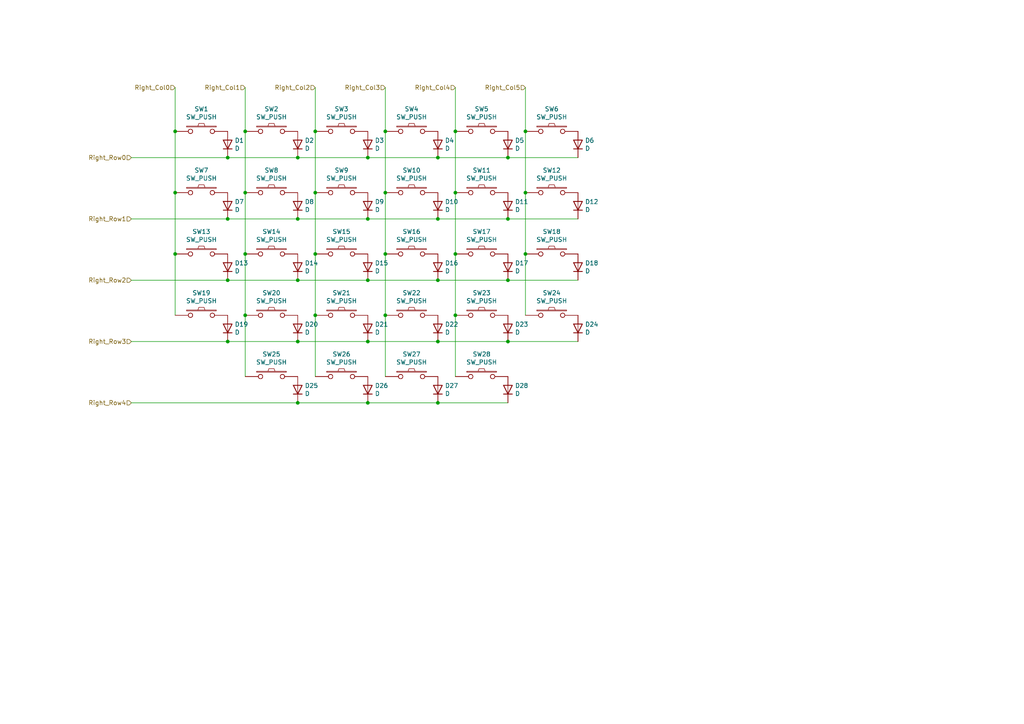
<source format=kicad_sch>
(kicad_sch (version 20230121) (generator eeschema)
  (paper "A4")
  (lib_symbols
    (symbol "Device:D" (pin_numbers hide) (pin_names (offset 1.016) hide)
      (property "Reference" "D" (at 0 2.54 0))
      (property "Value" "D" (at 0 -2.54 0))
      (symbol "D_0_1"
        (polyline (pts (xy -1.27 1.27) (xy -1.27 -1.27)) (stroke (width 0.254)))
        (polyline (pts (xy 1.27 0) (xy -1.27 0)))
        (polyline (pts (xy 1.27 1.27) (xy 1.27 -1.27) (xy -1.27 0) (xy 1.27 1.27)) (stroke (width 0.254)))
      )
      (symbol "D_1_1"
        (pin passive line (at -3.81 0 0) (length 2.54) (name "K") (number "1"))
        (pin passive line (at 3.81 0 180) (length 2.54) (name "A") (number "2"))
      )
    )
    (symbol "kbd:SW_PUSH" (pin_numbers hide) (pin_names (offset 1.016) hide)
      (property "Reference" "SW" (at 3.81 2.794 0))
      (property "Value" "SW_PUSH" (at 0 -2.032 0))
      (symbol "SW_PUSH_0_1"
        (rectangle (start -4.318 1.27) (end 4.318 1.524))
        (polyline (pts (xy -1.016 1.524) (xy -0.762 2.286) (xy 0.762 2.286) (xy 1.016 1.524)))
        (pin passive inverted (at -7.62 0 0) (length 5.08) (name "1") (number "1"))
        (pin passive inverted (at 7.62 0 180) (length 5.08) (name "2") (number "2"))
      )
    )
  )
  (junction (at 147.32 63.5))
  (junction (at 50.8 55.88))
  (junction (at 86.36 81.28))
  (junction (at 71.12 91.44))
  (junction (at 132.08 91.44))
  (junction (at 111.76 73.66))
  (junction (at 147.32 45.72))
  (junction (at 86.36 99.06))
  (junction (at 50.8 73.66))
  (junction (at 152.4 38.1))
  (junction (at 66.04 45.72))
  (junction (at 132.08 38.1))
  (junction (at 147.32 81.28))
  (junction (at 66.04 99.06))
  (junction (at 111.76 91.44))
  (junction (at 127 45.72))
  (junction (at 152.4 73.66))
  (junction (at 106.68 81.28))
  (junction (at 127 99.06))
  (junction (at 127 116.84))
  (junction (at 111.76 38.1))
  (junction (at 91.44 55.88))
  (junction (at 132.08 73.66))
  (junction (at 91.44 91.44))
  (junction (at 71.12 73.66))
  (junction (at 91.44 38.1))
  (junction (at 127 63.5))
  (junction (at 71.12 38.1))
  (junction (at 86.36 45.72))
  (junction (at 66.04 63.5))
  (junction (at 127 81.28))
  (junction (at 66.04 81.28))
  (junction (at 86.36 63.5))
  (junction (at 152.4 55.88))
  (junction (at 132.08 55.88))
  (junction (at 71.12 55.88))
  (junction (at 111.76 55.88))
  (junction (at 147.32 99.06))
  (junction (at 106.68 63.5))
  (junction (at 106.68 99.06))
  (junction (at 50.8 38.1))
  (junction (at 86.36 116.84))
  (junction (at 91.44 73.66))
  (junction (at 106.68 116.84))
  (junction (at 106.68 45.72))
  (wire (pts (xy 71.12 55.88) (xy 71.12 73.66)))
  (wire (pts (xy 127 81.28) (xy 147.32 81.28)))
  (wire (pts (xy 66.04 45.72) (xy 38.1 45.72)))
  (wire (pts (xy 167.64 45.72) (xy 147.32 45.72)))
  (wire (pts (xy 106.68 63.5) (xy 127 63.5)))
  (wire (pts (xy 50.8 38.1) (xy 50.8 55.88)))
  (wire (pts (xy 147.32 81.28) (xy 167.64 81.28)))
  (wire (pts (xy 38.1 99.06) (xy 66.04 99.06)))
  (wire (pts (xy 86.36 116.84) (xy 106.68 116.84)))
  (wire (pts (xy 152.4 73.66) (xy 152.4 91.44)))
  (wire (pts (xy 66.04 63.5) (xy 86.36 63.5)))
  (wire (pts (xy 91.44 73.66) (xy 91.44 91.44)))
  (wire (pts (xy 38.1 81.28) (xy 66.04 81.28)))
  (wire (pts (xy 38.1 116.84) (xy 86.36 116.84)))
  (wire (pts (xy 91.44 38.1) (xy 91.44 55.88)))
  (wire (pts (xy 152.4 38.1) (xy 152.4 55.88)))
  (wire (pts (xy 71.12 73.66) (xy 71.12 91.44)))
  (wire (pts (xy 66.04 81.28) (xy 86.36 81.28)))
  (wire (pts (xy 127 63.5) (xy 147.32 63.5)))
  (wire (pts (xy 66.04 99.06) (xy 86.36 99.06)))
  (wire (pts (xy 132.08 91.44) (xy 132.08 109.22)))
  (wire (pts (xy 91.44 38.1) (xy 91.44 25.4)))
  (wire (pts (xy 111.76 91.44) (xy 111.76 109.22)))
  (wire (pts (xy 111.76 38.1) (xy 111.76 55.88)))
  (wire (pts (xy 127 116.84) (xy 106.68 116.84)))
  (wire (pts (xy 106.68 99.06) (xy 127 99.06)))
  (wire (pts (xy 111.76 73.66) (xy 111.76 91.44)))
  (wire (pts (xy 106.68 81.28) (xy 127 81.28)))
  (wire (pts (xy 147.32 99.06) (xy 167.64 99.06)))
  (wire (pts (xy 127 116.84) (xy 147.32 116.84)))
  (wire (pts (xy 132.08 38.1) (xy 132.08 55.88)))
  (wire (pts (xy 111.76 38.1) (xy 111.76 25.4)))
  (wire (pts (xy 86.36 81.28) (xy 106.68 81.28)))
  (wire (pts (xy 86.36 63.5) (xy 106.68 63.5)))
  (wire (pts (xy 50.8 73.66) (xy 50.8 91.44)))
  (wire (pts (xy 50.8 25.4) (xy 50.8 38.1)))
  (wire (pts (xy 86.36 45.72) (xy 66.04 45.72)))
  (wire (pts (xy 86.36 99.06) (xy 106.68 99.06)))
  (wire (pts (xy 106.68 45.72) (xy 86.36 45.72)))
  (wire (pts (xy 152.4 25.4) (xy 152.4 38.1)))
  (wire (pts (xy 91.44 91.44) (xy 91.44 109.22)))
  (wire (pts (xy 50.8 55.88) (xy 50.8 73.66)))
  (wire (pts (xy 91.44 55.88) (xy 91.44 73.66)))
  (wire (pts (xy 147.32 45.72) (xy 127 45.72)))
  (wire (pts (xy 152.4 55.88) (xy 152.4 73.66)))
  (wire (pts (xy 132.08 55.88) (xy 132.08 73.66)))
  (wire (pts (xy 127 45.72) (xy 106.68 45.72)))
  (wire (pts (xy 71.12 38.1) (xy 71.12 55.88)))
  (wire (pts (xy 127 99.06) (xy 147.32 99.06)))
  (wire (pts (xy 111.76 55.88) (xy 111.76 73.66)))
  (wire (pts (xy 38.1 63.5) (xy 66.04 63.5)))
  (wire (pts (xy 71.12 91.44) (xy 71.12 109.22)))
  (wire (pts (xy 132.08 73.66) (xy 132.08 91.44)))
  (wire (pts (xy 71.12 25.4) (xy 71.12 38.1)))
  (wire (pts (xy 132.08 38.1) (xy 132.08 25.4)))
  (wire (pts (xy 167.64 63.5) (xy 147.32 63.5)))
  (hierarchical_label "Right_Row3" (shape input) (at 38.1 99.06 180))
  (hierarchical_label "Right_Row0" (shape input) (at 38.1 45.72 180))
  (hierarchical_label "Right_Col5" (shape input) (at 152.4 25.4 180))
  (hierarchical_label "Right_Row2" (shape input) (at 38.1 81.28 180))
  (hierarchical_label "Right_Col3" (shape input) (at 111.76 25.4 180))
  (hierarchical_label "Right_Row4" (shape input) (at 38.1 116.84 180))
  (hierarchical_label "Right_Col2" (shape input) (at 91.44 25.4 180))
  (hierarchical_label "Right_Row1" (shape input) (at 38.1 63.5 180))
  (hierarchical_label "Right_Col0" (shape input) (at 50.8 25.4 180))
  (hierarchical_label "Right_Col4" (shape input) (at 132.08 25.4 180))
  (hierarchical_label "Right_Col1" (shape input) (at 71.12 25.4 180))
  (symbol (lib_id "kbd:SW_PUSH") (at 160.02 38.1 0) (unit 1)
    (property "Reference" "SW6" (at 160.02 31.623 0))
    (property "Value" "SW_PUSH" (at 160.02 33.9344 0))
    (property "Footprint" "Marby_kbd_footprint:CherryMXSwitch_hotswap_1_00u" (effects hide))
    (property "LCSC" "aaa" (effects hide))
    (instances (project "SumNight57" (path "" (reference "SW6") (unit 1)) (path "" (reference "SW35") (unit 1))))
  )
  (symbol (lib_id "Device:D") (at 147.32 77.47 90) (unit 1)
    (property "Reference" "D17" (at 149.352 76.3016 90) (effects (justify right)))
    (property "Value" "D" (at 149.352 78.613 90) (effects (justify right)))
    (property "Footprint" "Marby_kbd_footprint:Diode_SMD" (effects hide))
    (property "Datasheet" "SOD-123 Switching Diode ROHS" (effects hide))
    (property "LCSC" "C81598" (effects hide))
    (instances (project "SumNight57" (path "" (reference "D17") (unit 1)) (path "" (reference "D46") (unit 1))))
  )
  (symbol (lib_id "kbd:SW_PUSH") (at 99.06 109.22 0) (unit 1)
    (property "Reference" "SW26" (at 99.06 102.743 0))
    (property "Value" "SW_PUSH" (at 99.06 105.0544 0))
    (property "Footprint" "Marby_kbd_footprint:CherryMXSwitch_hotswap_1_00u" (effects hide))
    (property "LCSC" "aaa" (effects hide))
    (instances (project "SumNight57" (path "" (reference "SW26") (unit 1)) (path "" (reference "SW55") (unit 1))))
  )
  (symbol (lib_id "kbd:SW_PUSH") (at 119.38 38.1 0) (unit 1)
    (property "Reference" "SW4" (at 119.38 31.623 0))
    (property "Value" "SW_PUSH" (at 119.38 33.9344 0))
    (property "Footprint" "Marby_kbd_footprint:CherryMXSwitch_hotswap_1_00u" (effects hide))
    (property "LCSC" "aaa" (effects hide))
    (instances (project "SumNight57" (path "" (reference "SW4") (unit 1)) (path "" (reference "SW33") (unit 1))))
  )
  (symbol (lib_id "kbd:SW_PUSH") (at 78.74 91.44 0) (unit 1)
    (property "Reference" "SW20" (at 78.74 84.963 0))
    (property "Value" "SW_PUSH" (at 78.74 87.2744 0))
    (property "Footprint" "Marby_kbd_footprint:CherryMXSwitch_hotswap_1_00u" (effects hide))
    (property "LCSC" "aaa" (effects hide))
    (instances (project "SumNight57" (path "" (reference "SW20") (unit 1)) (path "" (reference "SW49") (unit 1))))
  )
  (symbol (lib_id "Device:D") (at 86.36 59.69 90) (unit 1)
    (property "Reference" "D8" (at 88.392 58.5216 90) (effects (justify right)))
    (property "Value" "D" (at 88.392 60.833 90) (effects (justify right)))
    (property "Footprint" "Marby_kbd_footprint:Diode_SMD" (effects hide))
    (property "Datasheet" "SOD-123 Switching Diode ROHS" (effects hide))
    (property "LCSC" "C81598" (effects hide))
    (instances (project "SumNight57" (path "" (reference "D8") (unit 1)) (path "" (reference "D37") (unit 1))))
  )
  (symbol (lib_id "Device:D") (at 127 77.47 90) (unit 1)
    (property "Reference" "D16" (at 129.032 76.3016 90) (effects (justify right)))
    (property "Value" "D" (at 129.032 78.613 90) (effects (justify right)))
    (property "Footprint" "Marby_kbd_footprint:Diode_SMD" (effects hide))
    (property "Datasheet" "SOD-123 Switching Diode ROHS" (effects hide))
    (property "LCSC" "C81598" (effects hide))
    (instances (project "SumNight57" (path "" (reference "D16") (unit 1)) (path "" (reference "D45") (unit 1))))
  )
  (symbol (lib_id "kbd:SW_PUSH") (at 99.06 73.66 0) (unit 1)
    (property "Reference" "SW15" (at 99.06 67.183 0))
    (property "Value" "SW_PUSH" (at 99.06 69.4944 0))
    (property "Footprint" "Marby_kbd_footprint:CherryMXSwitch_hotswap_1_00u" (effects hide))
    (property "LCSC" "aaa" (effects hide))
    (instances (project "SumNight57" (path "" (reference "SW15") (unit 1)) (path "" (reference "SW44") (unit 1))))
  )
  (symbol (lib_id "kbd:SW_PUSH") (at 99.06 38.1 0) (unit 1)
    (property "Reference" "SW3" (at 99.06 31.623 0))
    (property "Value" "SW_PUSH" (at 99.06 33.9344 0))
    (property "Footprint" "Marby_kbd_footprint:CherryMXSwitch_hotswap_1_00u" (effects hide))
    (property "LCSC" "aaa" (effects hide))
    (instances (project "SumNight57" (path "" (reference "SW3") (unit 1)) (path "" (reference "SW32") (unit 1))))
  )
  (symbol (lib_id "Device:D") (at 86.36 77.47 90) (unit 1)
    (property "Reference" "D14" (at 88.392 76.3016 90) (effects (justify right)))
    (property "Value" "D" (at 88.392 78.613 90) (effects (justify right)))
    (property "Footprint" "Marby_kbd_footprint:Diode_SMD" (effects hide))
    (property "Datasheet" "SOD-123 Switching Diode ROHS" (effects hide))
    (property "LCSC" "C81598" (effects hide))
    (instances (project "SumNight57" (path "" (reference "D14") (unit 1)) (path "" (reference "D43") (unit 1))))
  )
  (symbol (lib_id "kbd:SW_PUSH") (at 139.7 91.44 0) (unit 1)
    (property "Reference" "SW23" (at 139.7 84.963 0))
    (property "Value" "SW_PUSH" (at 139.7 87.2744 0))
    (property "Footprint" "Marby_kbd_footprint:CherryMXSwitch_hotswap_1_00u" (effects hide))
    (instances (project "SumNight57" (path "" (reference "SW23") (unit 1)) (path "" (reference "SW52") (unit 1))))
  )
  (symbol (lib_id "Device:D") (at 86.36 95.25 90) (unit 1)
    (property "Reference" "D20" (at 88.392 94.0816 90) (effects (justify right)))
    (property "Value" "D" (at 88.392 96.393 90) (effects (justify right)))
    (property "Footprint" "Marby_kbd_footprint:Diode_SMD" (effects hide))
    (property "Datasheet" "SOD-123 Switching Diode ROHS" (effects hide))
    (property "LCSC" "C81598" (effects hide))
    (instances (project "SumNight57" (path "" (reference "D20") (unit 1)) (path "" (reference "D49") (unit 1))))
  )
  (symbol (lib_id "Device:D") (at 127 113.03 90) (unit 1)
    (property "Reference" "D27" (at 129.032 111.8616 90) (effects (justify right)))
    (property "Value" "D" (at 129.032 114.173 90) (effects (justify right)))
    (property "Footprint" "Marby_kbd_footprint:Diode_SMD" (effects hide))
    (property "Datasheet" "SOD-123 Switching Diode ROHS" (effects hide))
    (property "LCSC" "C81598" (effects hide))
    (instances (project "SumNight57" (path "" (reference "D27") (unit 1)) (path "" (reference "D56") (unit 1))))
  )
  (symbol (lib_id "kbd:SW_PUSH") (at 160.02 91.44 0) (unit 1)
    (property "Reference" "SW24" (at 160.02 84.963 0))
    (property "Value" "SW_PUSH" (at 160.02 87.2744 0))
    (property "Footprint" "Marby_kbd_footprint:CherryMXSwitch_hotswap_1_00u" (effects hide))
    (instances (project "SumNight57" (path "" (reference "SW24") (unit 1)) (path "" (reference "SW53") (unit 1))))
  )
  (symbol (lib_id "kbd:SW_PUSH") (at 58.42 73.66 0) (unit 1)
    (property "Reference" "SW13" (at 58.42 67.183 0))
    (property "Value" "SW_PUSH" (at 58.42 69.4944 0))
    (property "Footprint" "Marby_kbd_footprint:CherryMXSwitch_hotswap_1_00u" (effects hide))
    (property "LCSC" "aaa" (effects hide))
    (instances (project "SumNight57" (path "" (reference "SW13") (unit 1)) (path "" (reference "SW42") (unit 1))))
  )
  (symbol (lib_id "Device:D") (at 86.36 41.91 90) (unit 1)
    (property "Reference" "D2" (at 88.392 40.7416 90) (effects (justify right)))
    (property "Value" "D" (at 88.392 43.053 90) (effects (justify right)))
    (property "Footprint" "Marby_kbd_footprint:Diode_SMD" (effects hide))
    (property "Datasheet" "SOD-123 Switching Diode ROHS" (effects hide))
    (property "LCSC" "C81598" (effects hide))
    (instances (project "SumNight57" (path "" (reference "D2") (unit 1)) (path "" (reference "D31") (unit 1))))
  )
  (symbol (lib_id "Device:D") (at 86.36 113.03 90) (unit 1)
    (property "Reference" "D25" (at 88.392 111.8616 90) (effects (justify right)))
    (property "Value" "D" (at 88.392 114.173 90) (effects (justify right)))
    (property "Footprint" "Marby_kbd_footprint:Diode_SMD" (effects hide))
    (property "Datasheet" "SOD-123 Switching Diode ROHS" (effects hide))
    (property "LCSC" "C81598" (effects hide))
    (instances (project "SumNight57" (path "" (reference "D25") (unit 1)) (path "" (reference "D54") (unit 1))))
  )
  (symbol (lib_id "Device:D") (at 106.68 113.03 90) (unit 1)
    (property "Reference" "D26" (at 108.712 111.8616 90) (effects (justify right)))
    (property "Value" "D" (at 108.712 114.173 90) (effects (justify right)))
    (property "Footprint" "Marby_kbd_footprint:Diode_SMD" (effects hide))
    (property "Datasheet" "SOD-123 Switching Diode ROHS" (effects hide))
    (property "LCSC" "C81598" (effects hide))
    (instances (project "SumNight57" (path "" (reference "D26") (unit 1)) (path "" (reference "D55") (unit 1))))
  )
  (symbol (lib_id "kbd:SW_PUSH") (at 119.38 109.22 0) (unit 1)
    (property "Reference" "SW27" (at 119.38 102.743 0))
    (property "Value" "SW_PUSH" (at 119.38 105.0544 0))
    (property "Footprint" "Marby_kbd_footprint:CherryMXSwitch_hotswap_1_00u" (effects hide))
    (instances (project "SumNight57" (path "" (reference "SW27") (unit 1)) (path "" (reference "SW56") (unit 1))))
  )
  (symbol (lib_id "Device:D") (at 106.68 77.47 90) (unit 1)
    (property "Reference" "D15" (at 108.712 76.3016 90) (effects (justify right)))
    (property "Value" "D" (at 108.712 78.613 90) (effects (justify right)))
    (property "Footprint" "Marby_kbd_footprint:Diode_SMD" (effects hide))
    (property "Datasheet" "SOD-123 Switching Diode ROHS" (effects hide))
    (property "LCSC" "C81598" (effects hide))
    (instances (project "SumNight57" (path "" (reference "D15") (unit 1)) (path "" (reference "D44") (unit 1))))
  )
  (symbol (lib_id "Device:D") (at 106.68 59.69 90) (unit 1)
    (property "Reference" "D9" (at 108.712 58.5216 90) (effects (justify right)))
    (property "Value" "D" (at 108.712 60.833 90) (effects (justify right)))
    (property "Footprint" "Marby_kbd_footprint:Diode_SMD" (effects hide))
    (property "Datasheet" "SOD-123 Switching Diode ROHS" (effects hide))
    (property "LCSC" "C81598" (effects hide))
    (instances (project "SumNight57" (path "" (reference "D9") (unit 1)) (path "" (reference "D38") (unit 1))))
  )
  (symbol (lib_id "kbd:SW_PUSH") (at 58.42 91.44 0) (unit 1)
    (property "Reference" "SW19" (at 58.42 84.963 0))
    (property "Value" "SW_PUSH" (at 58.42 87.2744 0))
    (property "Footprint" "Marby_kbd_footprint:CherryMXSwitch_hotswap_1_00u" (effects hide))
    (property "LCSC" "aaa" (effects hide))
    (instances (project "SumNight57" (path "" (reference "SW19") (unit 1)) (path "" (reference "SW48") (unit 1))))
  )
  (symbol (lib_id "kbd:SW_PUSH") (at 99.06 91.44 0) (unit 1)
    (property "Reference" "SW21" (at 99.06 84.963 0))
    (property "Value" "SW_PUSH" (at 99.06 87.2744 0))
    (property "Footprint" "Marby_kbd_footprint:CherryMXSwitch_hotswap_1_00u" (effects hide))
    (instances (project "SumNight57" (path "" (reference "SW21") (unit 1)) (path "" (reference "SW50") (unit 1))))
  )
  (symbol (lib_id "kbd:SW_PUSH") (at 139.7 73.66 0) (unit 1)
    (property "Reference" "SW17" (at 139.7 67.183 0))
    (property "Value" "SW_PUSH" (at 139.7 69.4944 0))
    (property "Footprint" "Marby_kbd_footprint:CherryMXSwitch_hotswap_1_00u" (effects hide))
    (property "LCSC" "aaa" (effects hide))
    (instances (project "SumNight57" (path "" (reference "SW17") (unit 1)) (path "" (reference "SW46") (unit 1))))
  )
  (symbol (lib_id "kbd:SW_PUSH") (at 119.38 55.88 0) (unit 1)
    (property "Reference" "SW10" (at 119.38 49.403 0))
    (property "Value" "SW_PUSH" (at 119.38 51.7144 0))
    (property "Footprint" "Marby_kbd_footprint:CherryMXSwitch_hotswap_1_00u" (effects hide))
    (property "LCSC" "aaa" (effects hide))
    (instances (project "SumNight57" (path "" (reference "SW10") (unit 1)) (path "" (reference "SW39") (unit 1))))
  )
  (symbol (lib_id "kbd:SW_PUSH") (at 78.74 73.66 0) (unit 1)
    (property "Reference" "SW14" (at 78.74 67.183 0))
    (property "Value" "SW_PUSH" (at 78.74 69.4944 0))
    (property "Footprint" "Marby_kbd_footprint:CherryMXSwitch_hotswap_1_00u" (effects hide))
    (property "LCSC" "aaa" (effects hide))
    (instances (project "SumNight57" (path "" (reference "SW14") (unit 1)) (path "" (reference "SW43") (unit 1))))
  )
  (symbol (lib_id "Device:D") (at 147.32 59.69 90) (unit 1)
    (property "Reference" "D11" (at 149.352 58.5216 90) (effects (justify right)))
    (property "Value" "D" (at 149.352 60.833 90) (effects (justify right)))
    (property "Footprint" "Marby_kbd_footprint:Diode_SMD" (effects hide))
    (property "Datasheet" "SOD-123 Switching Diode ROHS" (effects hide))
    (property "LCSC" "C81598" (effects hide))
    (instances (project "SumNight57" (path "" (reference "D11") (unit 1)) (path "" (reference "D40") (unit 1))))
  )
  (symbol (lib_id "kbd:SW_PUSH") (at 99.06 55.88 0) (unit 1)
    (property "Reference" "SW9" (at 99.06 49.403 0))
    (property "Value" "SW_PUSH" (at 99.06 51.7144 0))
    (property "Footprint" "Marby_kbd_footprint:CherryMXSwitch_hotswap_1_00u" (effects hide))
    (property "LCSC" "aaa" (effects hide))
    (instances (project "SumNight57" (path "" (reference "SW9") (unit 1)) (path "" (reference "SW38") (unit 1))))
  )
  (symbol (lib_id "Device:D") (at 66.04 41.91 90) (unit 1)
    (property "Reference" "D1" (at 68.072 40.7416 90) (effects (justify right)))
    (property "Value" "D" (at 68.072 43.053 90) (effects (justify right)))
    (property "Footprint" "Marby_kbd_footprint:Diode_SMD" (effects hide))
    (property "Datasheet" "SOD-123 Switching Diode ROHS" (effects hide))
    (property "LCSC" "C81598" (effects hide))
    (instances (project "SumNight57" (path "" (reference "D1") (unit 1)) (path "" (reference "D30") (unit 1))))
  )
  (symbol (lib_id "kbd:SW_PUSH") (at 58.42 38.1 0) (unit 1)
    (property "Reference" "SW1" (at 58.42 31.623 0))
    (property "Value" "SW_PUSH" (at 58.42 33.9344 0))
    (property "Footprint" "Marby_kbd_footprint:CherryMXSwitch_hotswap_1_00u" (effects hide))
    (property "LCSC" "aaa" (effects hide))
    (instances (project "SumNight57" (path "" (reference "SW1") (unit 1)) (path "" (reference "SW30") (unit 1))))
  )
  (symbol (lib_id "Device:D") (at 106.68 95.25 90) (unit 1)
    (property "Reference" "D21" (at 108.712 94.0816 90) (effects (justify right)))
    (property "Value" "D" (at 108.712 96.393 90) (effects (justify right)))
    (property "Footprint" "Marby_kbd_footprint:Diode_SMD" (effects hide))
    (property "Datasheet" "SOD-123 Switching Diode ROHS" (effects hide))
    (property "LCSC" "C81598" (effects hide))
    (instances (project "SumNight57" (path "" (reference "D21") (unit 1)) (path "" (reference "D50") (unit 1))))
  )
  (symbol (lib_id "Device:D") (at 167.64 41.91 90) (unit 1)
    (property "Reference" "D6" (at 169.672 40.7416 90) (effects (justify right)))
    (property "Value" "D" (at 169.672 43.053 90) (effects (justify right)))
    (property "Footprint" "Marby_kbd_footprint:Diode_SMD" (effects hide))
    (property "Datasheet" "SOD-123 Switching Diode ROHS" (effects hide))
    (property "LCSC" "C81598" (effects hide))
    (instances (project "SumNight57" (path "" (reference "D6") (unit 1)) (path "" (reference "D35") (unit 1))))
  )
  (symbol (lib_id "kbd:SW_PUSH") (at 160.02 55.88 0) (unit 1)
    (property "Reference" "SW12" (at 160.02 49.403 0))
    (property "Value" "SW_PUSH" (at 160.02 51.7144 0))
    (property "Footprint" "Marby_kbd_footprint:CherryMXSwitch_hotswap_1_00u" (effects hide))
    (property "LCSC" "aaa" (effects hide))
    (instances (project "SumNight57" (path "" (reference "SW12") (unit 1)) (path "" (reference "SW41") (unit 1))))
  )
  (symbol (lib_id "kbd:SW_PUSH") (at 58.42 55.88 0) (unit 1)
    (property "Reference" "SW7" (at 58.42 49.403 0))
    (property "Value" "SW_PUSH" (at 58.42 51.7144 0))
    (property "Footprint" "Marby_kbd_footprint:CherryMXSwitch_hotswap_1_00u" (effects hide))
    (property "LCSC" "aaa" (effects hide))
    (instances (project "SumNight57" (path "" (reference "SW7") (unit 1)) (path "" (reference "SW36") (unit 1))))
  )
  (symbol (lib_id "kbd:SW_PUSH") (at 78.74 38.1 0) (unit 1)
    (property "Reference" "SW2" (at 78.74 31.623 0))
    (property "Value" "SW_PUSH" (at 78.74 33.9344 0))
    (property "Footprint" "Marby_kbd_footprint:CherryMXSwitch_hotswap_1_00u" (effects hide))
    (property "LCSC" "aaa" (effects hide))
    (instances (project "SumNight57" (path "" (reference "SW2") (unit 1)) (path "" (reference "SW31") (unit 1))))
  )
  (symbol (lib_id "kbd:SW_PUSH") (at 78.74 109.22 0) (unit 1)
    (property "Reference" "SW25" (at 78.74 102.743 0))
    (property "Value" "SW_PUSH" (at 78.74 105.0544 0))
    (property "Footprint" "Marby_kbd_footprint:CherryMXSwitch_hotswap_1_00u" (effects hide))
    (property "LCSC" "aaa" (effects hide))
    (instances (project "SumNight57" (path "" (reference "SW25") (unit 1)) (path "" (reference "SW54") (unit 1))))
  )
  (symbol (lib_id "Device:D") (at 127 41.91 90) (unit 1)
    (property "Reference" "D4" (at 129.032 40.7416 90) (effects (justify right)))
    (property "Value" "D" (at 129.032 43.053 90) (effects (justify right)))
    (property "Footprint" "Marby_kbd_footprint:Diode_SMD" (effects hide))
    (property "Datasheet" "SOD-123 Switching Diode ROHS" (effects hide))
    (property "LCSC" "C81598" (effects hide))
    (instances (project "SumNight57" (path "" (reference "D4") (unit 1)) (path "" (reference "D33") (unit 1))))
  )
  (symbol (lib_id "kbd:SW_PUSH") (at 119.38 73.66 0) (unit 1)
    (property "Reference" "SW16" (at 119.38 67.183 0))
    (property "Value" "SW_PUSH" (at 119.38 69.4944 0))
    (property "Footprint" "Marby_kbd_footprint:CherryMXSwitch_hotswap_1_00u" (effects hide))
    (property "LCSC" "aaa" (effects hide))
    (instances (project "SumNight57" (path "" (reference "SW16") (unit 1)) (path "" (reference "SW45") (unit 1))))
  )
  (symbol (lib_id "Device:D") (at 66.04 59.69 90) (unit 1)
    (property "Reference" "D7" (at 68.072 58.5216 90) (effects (justify right)))
    (property "Value" "D" (at 68.072 60.833 90) (effects (justify right)))
    (property "Footprint" "Marby_kbd_footprint:Diode_SMD" (effects hide))
    (property "Datasheet" "SOD-123 Switching Diode ROHS" (effects hide))
    (property "LCSC" "C81598" (effects hide))
    (instances (project "SumNight57" (path "" (reference "D7") (unit 1)) (path "" (reference "D36") (unit 1))))
  )
  (symbol (lib_id "Device:D") (at 127 59.69 90) (unit 1)
    (property "Reference" "D10" (at 129.032 58.5216 90) (effects (justify right)))
    (property "Value" "D" (at 129.032 60.833 90) (effects (justify right)))
    (property "Footprint" "Marby_kbd_footprint:Diode_SMD" (effects hide))
    (property "Datasheet" "SOD-123 Switching Diode ROHS" (effects hide))
    (property "LCSC" "C81598" (effects hide))
    (instances (project "SumNight57" (path "" (reference "D10") (unit 1)) (path "" (reference "D39") (unit 1))))
  )
  (symbol (lib_id "Device:D") (at 127 95.25 90) (unit 1)
    (property "Reference" "D22" (at 129.032 94.0816 90) (effects (justify right)))
    (property "Value" "D" (at 129.032 96.393 90) (effects (justify right)))
    (property "Footprint" "Marby_kbd_footprint:Diode_SMD" (effects hide))
    (property "Datasheet" "SOD-123 Switching Diode ROHS" (effects hide))
    (property "LCSC" "C81598" (effects hide))
    (instances (project "SumNight57" (path "" (reference "D22") (unit 1)) (path "" (reference "D51") (unit 1))))
  )
  (symbol (lib_id "Device:D") (at 147.32 113.03 90) (unit 1)
    (property "Reference" "D28" (at 149.352 111.8616 90) (effects (justify right)))
    (property "Value" "D" (at 149.352 114.173 90) (effects (justify right)))
    (property "Footprint" "Marby_kbd_footprint:Diode_SMD" (effects hide))
    (property "Datasheet" "SOD-123 Switching Diode ROHS" (effects hide))
    (property "LCSC" "C81598" (effects hide))
    (instances (project "SumNight57" (path "" (reference "D28") (unit 1)) (path "" (reference "D57") (unit 1))))
  )
  (symbol (lib_id "Device:D") (at 167.64 95.25 90) (unit 1)
    (property "Reference" "D24" (at 169.672 94.0816 90) (effects (justify right)))
    (property "Value" "D" (at 169.672 96.393 90) (effects (justify right)))
    (property "Footprint" "Marby_kbd_footprint:Diode_SMD" (effects hide))
    (property "Datasheet" "SOD-123 Switching Diode ROHS" (effects hide))
    (property "LCSC" "C81598" (effects hide))
    (instances (project "SumNight57" (path "" (reference "D24") (unit 1)) (path "" (reference "D53") (unit 1))))
  )
  (symbol (lib_id "kbd:SW_PUSH") (at 160.02 73.66 0) (unit 1)
    (property "Reference" "SW18" (at 160.02 67.183 0))
    (property "Value" "SW_PUSH" (at 160.02 69.4944 0))
    (property "Footprint" "Marby_kbd_footprint:CherryMXSwitch_hotswap_1_00u" (effects hide))
    (property "LCSC" "aaa" (effects hide))
    (instances (project "SumNight57" (path "" (reference "SW18") (unit 1)) (path "" (reference "SW47") (unit 1))))
  )
  (symbol (lib_id "Device:D") (at 167.64 59.69 90) (unit 1)
    (property "Reference" "D12" (at 169.672 58.5216 90) (effects (justify right)))
    (property "Value" "D" (at 169.672 60.833 90) (effects (justify right)))
    (property "Footprint" "Marby_kbd_footprint:Diode_SMD" (effects hide))
    (property "Datasheet" "SOD-123 Switching Diode ROHS" (effects hide))
    (property "LCSC" "C81598" (effects hide))
    (instances (project "SumNight57" (path "" (reference "D12") (unit 1)) (path "" (reference "D41") (unit 1))))
  )
  (symbol (lib_id "Device:D") (at 66.04 95.25 90) (unit 1)
    (property "Reference" "D19" (at 68.072 94.0816 90) (effects (justify right)))
    (property "Value" "D" (at 68.072 96.393 90) (effects (justify right)))
    (property "Footprint" "Marby_kbd_footprint:Diode_SMD" (effects hide))
    (property "Datasheet" "SOD-123 Switching Diode ROHS" (effects hide))
    (property "LCSC" "C81598" (effects hide))
    (instances (project "SumNight57" (path "" (reference "D19") (unit 1)) (path "" (reference "D48") (unit 1))))
  )
  (symbol (lib_id "kbd:SW_PUSH") (at 139.7 38.1 0) (unit 1)
    (property "Reference" "SW5" (at 139.7 31.623 0))
    (property "Value" "SW_PUSH" (at 139.7 33.9344 0))
    (property "Footprint" "Marby_kbd_footprint:CherryMXSwitch_hotswap_1_00u" (effects hide))
    (property "LCSC" "aaa" (effects hide))
    (instances (project "SumNight57" (path "" (reference "SW5") (unit 1)) (path "" (reference "SW34") (unit 1))))
  )
  (symbol (lib_id "kbd:SW_PUSH") (at 139.7 55.88 0) (unit 1)
    (property "Reference" "SW11" (at 139.7 49.403 0))
    (property "Value" "SW_PUSH" (at 139.7 51.7144 0))
    (property "Footprint" "Marby_kbd_footprint:CherryMXSwitch_hotswap_1_00u" (effects hide))
    (property "LCSC" "aaa" (effects hide))
    (instances (project "SumNight57" (path "" (reference "SW11") (unit 1)) (path "" (reference "SW40") (unit 1))))
  )
  (symbol (lib_id "Device:D") (at 106.68 41.91 90) (unit 1)
    (property "Reference" "D3" (at 108.712 40.7416 90) (effects (justify right)))
    (property "Value" "D" (at 108.712 43.053 90) (effects (justify right)))
    (property "Footprint" "Marby_kbd_footprint:Diode_SMD" (effects hide))
    (property "Datasheet" "SOD-123 Switching Diode ROHS" (effects hide))
    (property "LCSC" "C81598" (effects hide))
    (instances (project "SumNight57" (path "" (reference "D3") (unit 1)) (path "" (reference "D32") (unit 1))))
  )
  (symbol (lib_id "kbd:SW_PUSH") (at 139.7 109.22 0) (unit 1)
    (property "Reference" "SW28" (at 139.7 102.743 0))
    (property "Value" "SW_PUSH" (at 139.7 105.0544 0))
    (property "Footprint" "Marby_kbd_footprint:CherryMXSwitch_hotswap_1_00u" (effects hide))
    (instances (project "SumNight57" (path "" (reference "SW28") (unit 1)) (path "" (reference "SW57") (unit 1))))
  )
  (symbol (lib_id "kbd:SW_PUSH") (at 119.38 91.44 0) (unit 1)
    (property "Reference" "SW22" (at 119.38 84.963 0))
    (property "Value" "SW_PUSH" (at 119.38 87.2744 0))
    (property "Footprint" "Marby_kbd_footprint:CherryMXSwitch_hotswap_1_00u" (effects hide))
    (instances (project "SumNight57" (path "" (reference "SW22") (unit 1)) (path "" (reference "SW51") (unit 1))))
  )
  (symbol (lib_id "Device:D") (at 167.64 77.47 90) (unit 1)
    (property "Reference" "D18" (at 169.672 76.3016 90) (effects (justify right)))
    (property "Value" "D" (at 169.672 78.613 90) (effects (justify right)))
    (property "Footprint" "Marby_kbd_footprint:Diode_SMD" (effects hide))
    (property "Datasheet" "SOD-123 Switching Diode ROHS" (effects hide))
    (property "LCSC" "C81598" (effects hide))
    (instances (project "SumNight57" (path "" (reference "D18") (unit 1)) (path "" (reference "D47") (unit 1))))
  )
  (symbol (lib_id "Device:D") (at 147.32 41.91 90) (unit 1)
    (property "Reference" "D5" (at 149.352 40.7416 90) (effects (justify right)))
    (property "Value" "D" (at 149.352 43.053 90) (effects (justify right)))
    (property "Footprint" "Marby_kbd_footprint:Diode_SMD" (effects hide))
    (property "Datasheet" "SOD-123 Switching Diode ROHS" (effects hide))
    (property "LCSC" "C81598" (effects hide))
    (instances (project "SumNight57" (path "" (reference "D5") (unit 1)) (path "" (reference "D34") (unit 1))))
  )
  (symbol (lib_id "kbd:SW_PUSH") (at 78.74 55.88 0) (unit 1)
    (property "Reference" "SW8" (at 78.74 49.403 0))
    (property "Value" "SW_PUSH" (at 78.74 51.7144 0))
    (property "Footprint" "Marby_kbd_footprint:CherryMXSwitch_hotswap_1_00u" (effects hide))
    (property "LCSC" "aaa" (effects hide))
    (instances (project "SumNight57" (path "" (reference "SW8") (unit 1)) (path "" (reference "SW37") (unit 1))))
  )
  (symbol (lib_id "Device:D") (at 147.32 95.25 90) (unit 1)
    (property "Reference" "D23" (at 149.352 94.0816 90) (effects (justify right)))
    (property "Value" "D" (at 149.352 96.393 90) (effects (justify right)))
    (property "Footprint" "Marby_kbd_footprint:Diode_SMD" (effects hide))
    (property "Datasheet" "SOD-123 Switching Diode ROHS" (effects hide))
    (property "LCSC" "C81598" (effects hide))
    (instances (project "SumNight57" (path "" (reference "D23") (unit 1)) (path "" (reference "D52") (unit 1))))
  )
  (symbol (lib_id "Device:D") (at 66.04 77.47 90) (unit 1)
    (property "Reference" "D13" (at 68.072 76.3016 90) (effects (justify right)))
    (property "Value" "D" (at 68.072 78.613 90) (effects (justify right)))
    (property "Footprint" "Marby_kbd_footprint:Diode_SMD" (effects hide))
    (property "Datasheet" "SOD-123 Switching Diode ROHS" (effects hide))
    (property "LCSC" "C81598" (effects hide))
    (instances (project "SumNight57" (path "" (reference "D13") (unit 1)) (path "" (reference "D42") (unit 1))))
  )
)
</source>
